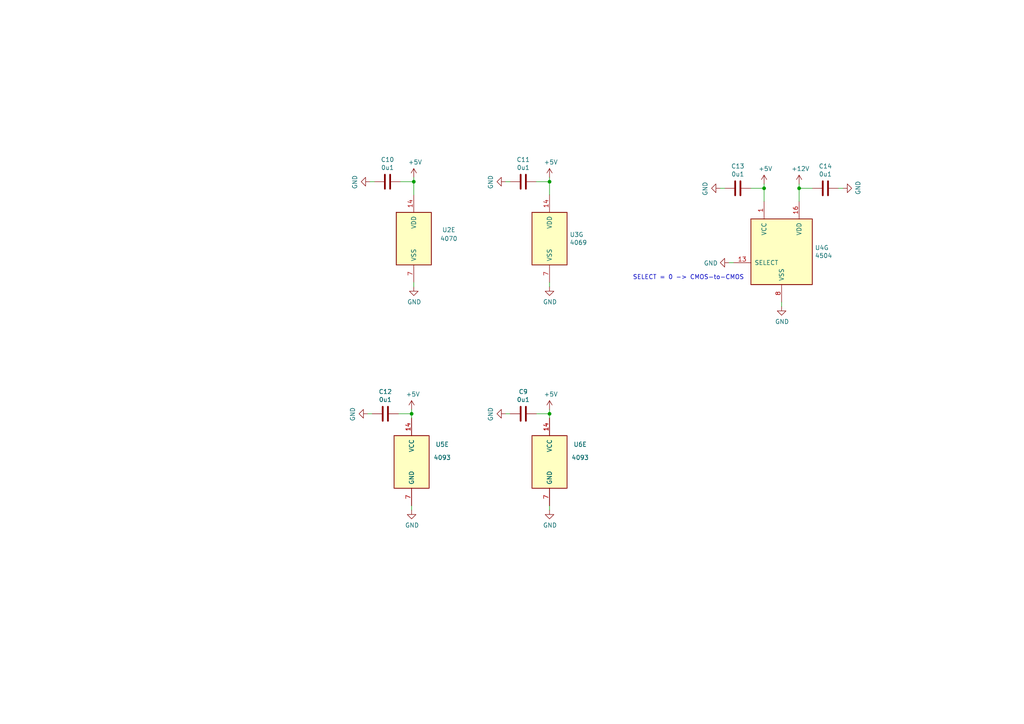
<source format=kicad_sch>
(kicad_sch (version 20211123) (generator eeschema)
  (paper "A4")
  (lib_symbols
    (symbol "4xxx:4069" (pin_names (offset 1.016))
      (property "Reference" "U" (at 0 1.27 0))
      (property "Value" "4069" (at 0 -1.27 0))
      (symbol "4069_1_0"
        (polyline (pts (xy -3.81 3.81) (xy -3.81 -3.81) (xy 3.81 0) (xy -3.81 3.81)) (stroke (width 0.254)) (fill (type background)))
        (pin input line (at -7.62 0 0) (length 3.81) (name "~") (number "1"))
        (pin output inverted (at 7.62 0 180) (length 3.81) (name "~") (number "2"))
      )
      (symbol "4069_2_0"
        (polyline (pts (xy -3.81 3.81) (xy -3.81 -3.81) (xy 3.81 0) (xy -3.81 3.81)) (stroke (width 0.254)) (fill (type background)))
        (pin input line (at -7.62 0 0) (length 3.81) (name "~") (number "3"))
        (pin output inverted (at 7.62 0 180) (length 3.81) (name "~") (number "4"))
      )
      (symbol "4069_3_0"
        (polyline (pts (xy -3.81 3.81) (xy -3.81 -3.81) (xy 3.81 0) (xy -3.81 3.81)) (stroke (width 0.254)) (fill (type background)))
        (pin input line (at -7.62 0 0) (length 3.81) (name "~") (number "5"))
        (pin output inverted (at 7.62 0 180) (length 3.81) (name "~") (number "6"))
      )
      (symbol "4069_4_0"
        (polyline (pts (xy -3.81 3.81) (xy -3.81 -3.81) (xy 3.81 0) (xy -3.81 3.81)) (stroke (width 0.254)) (fill (type background)))
        (pin output inverted (at 7.62 0 180) (length 3.81) (name "~") (number "8"))
        (pin input line (at -7.62 0 0) (length 3.81) (name "~") (number "9"))
      )
      (symbol "4069_5_0"
        (polyline (pts (xy -3.81 3.81) (xy -3.81 -3.81) (xy 3.81 0) (xy -3.81 3.81)) (stroke (width 0.254)) (fill (type background)))
        (pin output inverted (at 7.62 0 180) (length 3.81) (name "~") (number "10"))
        (pin input line (at -7.62 0 0) (length 3.81) (name "~") (number "11"))
      )
      (symbol "4069_6_0"
        (polyline (pts (xy -3.81 3.81) (xy -3.81 -3.81) (xy 3.81 0) (xy -3.81 3.81)) (stroke (width 0.254)) (fill (type background)))
        (pin output inverted (at 7.62 0 180) (length 3.81) (name "~") (number "12"))
        (pin input line (at -7.62 0 0) (length 3.81) (name "~") (number "13"))
      )
      (symbol "4069_7_0"
        (pin power_in line (at 0 12.7 270) (length 5.08) (name "VDD") (number "14"))
        (pin power_in line (at 0 -12.7 90) (length 5.08) (name "VSS") (number "7"))
      )
      (symbol "4069_7_1"
        (rectangle (start -5.08 7.62) (end 5.08 -7.62) (stroke (width 0.254)) (fill (type background)))
      )
    )
    (symbol "4xxx:4070" (pin_names (offset 1.016))
      (property "Reference" "U" (at 0 1.27 0))
      (property "Value" "4070" (at 0 -1.27 0))
      (symbol "4070_1_0"
        (arc (start -4.4196 -3.81) (mid -3.2033 0) (end -4.4196 3.81) (stroke (width 0.254)))
        (arc (start -3.81 -3.81) (mid -2.589 0) (end -3.81 3.81) (stroke (width 0.254)))
        (arc (start -0.6096 -3.81) (mid 2.1842 -2.5851) (end 3.81 0) (stroke (width 0.254)) (fill (type background)))
        (polyline (pts (xy -3.81 -3.81) (xy -0.635 -3.81)) (stroke (width 0.254)) (fill (type background)))
        (polyline (pts (xy -3.81 3.81) (xy -0.635 3.81)) (stroke (width 0.254)) (fill (type background)))
        (polyline (pts (xy -0.635 3.81) (xy -3.81 3.81) (xy -3.81 3.81) (xy -3.556 3.4036) (xy -3.0226 2.2606) (xy -2.6924 1.0414) (xy -2.6162 -0.254) (xy -2.7686 -1.4986) (xy -3.175 -2.7178) (xy -3.81 -3.81) (xy -3.81 -3.81) (xy -0.635 -3.81)) (stroke (width -25.4)) (fill (type background)))
        (arc (start 3.81 0) (mid 2.1915 2.5936) (end -0.6096 3.81) (stroke (width 0.254)) (fill (type background)))
        (pin input line (at -7.62 2.54 0) (length 4.445) (name "~") (number "1"))
        (pin input line (at -7.62 -2.54 0) (length 4.445) (name "~") (number "2"))
        (pin output line (at 7.62 0 180) (length 3.81) (name "~") (number "3"))
      )
      (symbol "4070_1_1"
        (polyline (pts (xy -3.81 -2.54) (xy -3.175 -2.54)) (stroke (width 0.1524)))
        (polyline (pts (xy -3.81 2.54) (xy -3.175 2.54)) (stroke (width 0.1524)))
      )
      (symbol "4070_2_0"
        (arc (start -4.4196 -3.81) (mid -3.2033 0) (end -4.4196 3.81) (stroke (width 0.254)))
        (arc (start -3.81 -3.81) (mid -2.589 0) (end -3.81 3.81) (stroke (width 0.254)))
        (arc (start -0.6096 -3.81) (mid 2.1842 -2.5851) (end 3.81 0) (stroke (width 0.254)) (fill (type background)))
        (polyline (pts (xy -3.81 -3.81) (xy -0.635 -3.81)) (stroke (width 0.254)) (fill (type background)))
        (polyline (pts (xy -3.81 3.81) (xy -0.635 3.81)) (stroke (width 0.254)) (fill (type background)))
        (polyline (pts (xy -0.635 3.81) (xy -3.81 3.81) (xy -3.81 3.81) (xy -3.556 3.4036) (xy -3.0226 2.2606) (xy -2.6924 1.0414) (xy -2.6162 -0.254) (xy -2.7686 -1.4986) (xy -3.175 -2.7178) (xy -3.81 -3.81) (xy -3.81 -3.81) (xy -0.635 -3.81)) (stroke (width -25.4)) (fill (type background)))
        (arc (start 3.81 0) (mid 2.1915 2.5936) (end -0.6096 3.81) (stroke (width 0.254)) (fill (type background)))
        (pin output line (at 7.62 0 180) (length 3.81) (name "~") (number "4"))
        (pin input line (at -7.62 2.54 0) (length 4.445) (name "~") (number "5"))
        (pin input line (at -7.62 -2.54 0) (length 4.445) (name "~") (number "6"))
      )
      (symbol "4070_2_1"
        (polyline (pts (xy -3.81 -2.54) (xy -3.175 -2.54)) (stroke (width 0.1524)))
        (polyline (pts (xy -3.81 2.54) (xy -3.175 2.54)) (stroke (width 0.1524)))
      )
      (symbol "4070_3_0"
        (arc (start -4.4196 -3.81) (mid -3.2033 0) (end -4.4196 3.81) (stroke (width 0.254)))
        (arc (start -3.81 -3.81) (mid -2.589 0) (end -3.81 3.81) (stroke (width 0.254)))
        (arc (start -0.6096 -3.81) (mid 2.1842 -2.5851) (end 3.81 0) (stroke (width 0.254)) (fill (type background)))
        (polyline (pts (xy -3.81 -3.81) (xy -0.635 -3.81)) (stroke (width 0.254)) (fill (type background)))
        (polyline (pts (xy -3.81 3.81) (xy -0.635 3.81)) (stroke (width 0.254)) (fill (type background)))
        (polyline (pts (xy -0.635 3.81) (xy -3.81 3.81) (xy -3.81 3.81) (xy -3.556 3.4036) (xy -3.0226 2.2606) (xy -2.6924 1.0414) (xy -2.6162 -0.254) (xy -2.7686 -1.4986) (xy -3.175 -2.7178) (xy -3.81 -3.81) (xy -3.81 -3.81) (xy -0.635 -3.81)) (stroke (width -25.4)) (fill (type background)))
        (arc (start 3.81 0) (mid 2.1915 2.5936) (end -0.6096 3.81) (stroke (width 0.254)) (fill (type background)))
        (pin output line (at 7.62 0 180) (length 3.81) (name "~") (number "10"))
        (pin input line (at -7.62 2.54 0) (length 4.445) (name "~") (number "8"))
        (pin input line (at -7.62 -2.54 0) (length 4.445) (name "~") (number "9"))
      )
      (symbol "4070_3_1"
        (polyline (pts (xy -3.81 -2.54) (xy -3.175 -2.54)) (stroke (width 0.1524)))
        (polyline (pts (xy -3.81 2.54) (xy -3.175 2.54)) (stroke (width 0.1524)))
      )
      (symbol "4070_4_0"
        (arc (start -4.4196 -3.81) (mid -3.2033 0) (end -4.4196 3.81) (stroke (width 0.254)))
        (arc (start -3.81 -3.81) (mid -2.589 0) (end -3.81 3.81) (stroke (width 0.254)))
        (arc (start -0.6096 -3.81) (mid 2.1842 -2.5851) (end 3.81 0) (stroke (width 0.254)) (fill (type background)))
        (polyline (pts (xy -3.81 -3.81) (xy -0.635 -3.81)) (stroke (width 0.254)) (fill (type background)))
        (polyline (pts (xy -3.81 3.81) (xy -0.635 3.81)) (stroke (width 0.254)) (fill (type background)))
        (polyline (pts (xy -0.635 3.81) (xy -3.81 3.81) (xy -3.81 3.81) (xy -3.556 3.4036) (xy -3.0226 2.2606) (xy -2.6924 1.0414) (xy -2.6162 -0.254) (xy -2.7686 -1.4986) (xy -3.175 -2.7178) (xy -3.81 -3.81) (xy -3.81 -3.81) (xy -0.635 -3.81)) (stroke (width -25.4)) (fill (type background)))
        (arc (start 3.81 0) (mid 2.1915 2.5936) (end -0.6096 3.81) (stroke (width 0.254)) (fill (type background)))
        (pin output line (at 7.62 0 180) (length 3.81) (name "~") (number "11"))
        (pin input line (at -7.62 2.54 0) (length 4.445) (name "~") (number "12"))
        (pin input line (at -7.62 -2.54 0) (length 4.445) (name "~") (number "13"))
      )
      (symbol "4070_4_1"
        (polyline (pts (xy -3.81 -2.54) (xy -3.175 -2.54)) (stroke (width 0.1524)))
        (polyline (pts (xy -3.81 2.54) (xy -3.175 2.54)) (stroke (width 0.1524)))
      )
      (symbol "4070_5_0"
        (pin power_in line (at 0 12.7 270) (length 5.08) (name "VDD") (number "14"))
        (pin power_in line (at 0 -12.7 90) (length 5.08) (name "VSS") (number "7"))
      )
      (symbol "4070_5_1"
        (rectangle (start -5.08 7.62) (end 5.08 -7.62) (stroke (width 0.254)) (fill (type background)))
      )
    )
    (symbol "4xxx:HEF4093B" (pin_names (offset 1.016))
      (property "Reference" "U" (at 0 1.27 0))
      (property "Value" "HEF4093B" (at 0 -1.27 0))
      (symbol "HEF4093B_1_0"
        (polyline (pts (xy -0.635 -1.27) (xy -0.635 1.27) (xy 0.635 1.27)))
        (polyline (pts (xy -0.635 -1.27) (xy -0.635 1.27) (xy 0.635 1.27)))
        (polyline (pts (xy -1.27 -1.27) (xy 0.635 -1.27) (xy 0.635 1.27) (xy 1.27 1.27)))
        (polyline (pts (xy -1.27 -1.27) (xy 0.635 -1.27) (xy 0.635 1.27) (xy 1.27 1.27)))
      )
      (symbol "HEF4093B_1_1"
        (arc (start 0 -3.81) (mid 3.81 0) (end 0 3.81) (stroke (width 0.254)) (fill (type background)))
        (polyline (pts (xy 0 3.81) (xy -3.81 3.81) (xy -3.81 -3.81) (xy 0 -3.81)) (stroke (width 0.254)) (fill (type background)))
        (pin input line (at -7.62 2.54 0) (length 3.81) (name "~") (number "1"))
        (pin input line (at -7.62 -2.54 0) (length 3.81) (name "~") (number "2"))
        (pin output inverted (at 7.62 0 180) (length 3.81) (name "~") (number "3"))
      )
      (symbol "HEF4093B_1_2"
        (arc (start -3.81 -3.81) (mid -2.589 0) (end -3.81 3.81) (stroke (width 0.254)))
        (arc (start -0.6096 -3.81) (mid 2.1842 -2.5851) (end 3.81 0) (stroke (width 0.254)) (fill (type background)))
        (polyline (pts (xy -3.81 -3.81) (xy -0.635 -3.81)) (stroke (width 0.254)) (fill (type background)))
        (polyline (pts (xy -3.81 3.81) (xy -0.635 3.81)) (stroke (width 0.254)) (fill (type background)))
        (polyline (pts (xy -0.635 3.81) (xy -3.81 3.81) (xy -3.81 3.81) (xy -3.556 3.4036) (xy -3.0226 2.2606) (xy -2.6924 1.0414) (xy -2.6162 -0.254) (xy -2.7686 -1.4986) (xy -3.175 -2.7178) (xy -3.81 -3.81) (xy -3.81 -3.81) (xy -0.635 -3.81)) (stroke (width -25.4)) (fill (type background)))
        (arc (start 3.81 0) (mid 2.1915 2.5936) (end -0.6096 3.81) (stroke (width 0.254)) (fill (type background)))
        (pin input inverted (at -7.62 2.54 0) (length 4.318) (name "~") (number "1"))
        (pin input inverted (at -7.62 -2.54 0) (length 4.318) (name "~") (number "2"))
        (pin output line (at 7.62 0 180) (length 3.81) (name "~") (number "3"))
      )
      (symbol "HEF4093B_2_0"
        (polyline (pts (xy -0.635 -1.27) (xy -0.635 1.27) (xy 0.635 1.27)))
        (polyline (pts (xy -0.635 -1.27) (xy -0.635 1.27) (xy 0.635 1.27)))
        (polyline (pts (xy -1.27 -1.27) (xy 0.635 -1.27) (xy 0.635 1.27) (xy 1.27 1.27)))
        (polyline (pts (xy -1.27 -1.27) (xy 0.635 -1.27) (xy 0.635 1.27) (xy 1.27 1.27)))
      )
      (symbol "HEF4093B_2_1"
        (arc (start 0 -3.81) (mid 3.81 0) (end 0 3.81) (stroke (width 0.254)) (fill (type background)))
        (polyline (pts (xy 0 3.81) (xy -3.81 3.81) (xy -3.81 -3.81) (xy 0 -3.81)) (stroke (width 0.254)) (fill (type background)))
        (pin output inverted (at 7.62 0 180) (length 3.81) (name "~") (number "4"))
        (pin input line (at -7.62 2.54 0) (length 3.81) (name "~") (number "5"))
        (pin input line (at -7.62 -2.54 0) (length 3.81) (name "~") (number "6"))
      )
      (symbol "HEF4093B_2_2"
        (arc (start -3.81 -3.81) (mid -2.589 0) (end -3.81 3.81) (stroke (width 0.254)))
        (arc (start -0.6096 -3.81) (mid 2.1842 -2.5851) (end 3.81 0) (stroke (width 0.254)) (fill (type background)))
        (polyline (pts (xy -3.81 -3.81) (xy -0.635 -3.81)) (stroke (width 0.254)) (fill (type background)))
        (polyline (pts (xy -3.81 3.81) (xy -0.635 3.81)) (stroke (width 0.254)) (fill (type background)))
        (polyline (pts (xy -0.635 3.81) (xy -3.81 3.81) (xy -3.81 3.81) (xy -3.556 3.4036) (xy -3.0226 2.2606) (xy -2.6924 1.0414) (xy -2.6162 -0.254) (xy -2.7686 -1.4986) (xy -3.175 -2.7178) (xy -3.81 -3.81) (xy -3.81 -3.81) (xy -0.635 -3.81)) (stroke (width -25.4)) (fill (type background)))
        (arc (start 3.81 0) (mid 2.1915 2.5936) (end -0.6096 3.81) (stroke (width 0.254)) (fill (type background)))
        (pin output line (at 7.62 0 180) (length 3.81) (name "~") (number "4"))
        (pin input inverted (at -7.62 2.54 0) (length 4.318) (name "~") (number "5"))
        (pin input inverted (at -7.62 -2.54 0) (length 4.318) (name "~") (number "6"))
      )
      (symbol "HEF4093B_3_0"
        (polyline (pts (xy -0.635 -1.27) (xy -0.635 1.27) (xy 0.635 1.27)))
        (polyline (pts (xy -0.635 -1.27) (xy -0.635 1.27) (xy 0.635 1.27)))
        (polyline (pts (xy -1.27 -1.27) (xy 0.635 -1.27) (xy 0.635 1.27) (xy 1.27 1.27)))
        (polyline (pts (xy -1.27 -1.27) (xy 0.635 -1.27) (xy 0.635 1.27) (xy 1.27 1.27)))
      )
      (symbol "HEF4093B_3_1"
        (arc (start 0 -3.81) (mid 3.81 0) (end 0 3.81) (stroke (width 0.254)) (fill (type background)))
        (polyline (pts (xy 0 3.81) (xy -3.81 3.81) (xy -3.81 -3.81) (xy 0 -3.81)) (stroke (width 0.254)) (fill (type background)))
        (pin output inverted (at 7.62 0 180) (length 3.81) (name "~") (number "10"))
        (pin input line (at -7.62 2.54 0) (length 3.81) (name "~") (number "8"))
        (pin input line (at -7.62 -2.54 0) (length 3.81) (name "~") (number "9"))
      )
      (symbol "HEF4093B_3_2"
        (arc (start -3.81 -3.81) (mid -2.589 0) (end -3.81 3.81) (stroke (width 0.254)))
        (arc (start -0.6096 -3.81) (mid 2.1842 -2.5851) (end 3.81 0) (stroke (width 0.254)) (fill (type background)))
        (polyline (pts (xy -3.81 -3.81) (xy -0.635 -3.81)) (stroke (width 0.254)) (fill (type background)))
        (polyline (pts (xy -3.81 3.81) (xy -0.635 3.81)) (stroke (width 0.254)) (fill (type background)))
        (polyline (pts (xy -0.635 3.81) (xy -3.81 3.81) (xy -3.81 3.81) (xy -3.556 3.4036) (xy -3.0226 2.2606) (xy -2.6924 1.0414) (xy -2.6162 -0.254) (xy -2.7686 -1.4986) (xy -3.175 -2.7178) (xy -3.81 -3.81) (xy -3.81 -3.81) (xy -0.635 -3.81)) (stroke (width -25.4)) (fill (type background)))
        (arc (start 3.81 0) (mid 2.1915 2.5936) (end -0.6096 3.81) (stroke (width 0.254)) (fill (type background)))
        (pin output line (at 7.62 0 180) (length 3.81) (name "~") (number "10"))
        (pin input inverted (at -7.62 2.54 0) (length 4.318) (name "~") (number "8"))
        (pin input inverted (at -7.62 -2.54 0) (length 4.318) (name "~") (number "9"))
      )
      (symbol "HEF4093B_4_0"
        (polyline (pts (xy -0.635 -1.27) (xy -0.635 1.27) (xy 0.635 1.27)))
        (polyline (pts (xy -0.635 -1.27) (xy -0.635 1.27) (xy 0.635 1.27)))
        (polyline (pts (xy -1.27 -1.27) (xy 0.635 -1.27) (xy 0.635 1.27) (xy 1.27 1.27)))
        (polyline (pts (xy -1.27 -1.27) (xy 0.635 -1.27) (xy 0.635 1.27) (xy 1.27 1.27)))
      )
      (symbol "HEF4093B_4_1"
        (arc (start 0 -3.81) (mid 3.81 0) (end 0 3.81) (stroke (width 0.254)) (fill (type background)))
        (polyline (pts (xy 0 3.81) (xy -3.81 3.81) (xy -3.81 -3.81) (xy 0 -3.81)) (stroke (width 0.254)) (fill (type background)))
        (pin output inverted (at 7.62 0 180) (length 3.81) (name "~") (number "11"))
        (pin input line (at -7.62 2.54 0) (length 3.81) (name "~") (number "12"))
        (pin input line (at -7.62 -2.54 0) (length 3.81) (name "~") (number "13"))
      )
      (symbol "HEF4093B_4_2"
        (arc (start -3.81 -3.81) (mid -2.589 0) (end -3.81 3.81) (stroke (width 0.254)))
        (arc (start -0.6096 -3.81) (mid 2.1842 -2.5851) (end 3.81 0) (stroke (width 0.254)) (fill (type background)))
        (polyline (pts (xy -3.81 -3.81) (xy -0.635 -3.81)) (stroke (width 0.254)) (fill (type background)))
        (polyline (pts (xy -3.81 3.81) (xy -0.635 3.81)) (stroke (width 0.254)) (fill (type background)))
        (polyline (pts (xy -0.635 3.81) (xy -3.81 3.81) (xy -3.81 3.81) (xy -3.556 3.4036) (xy -3.0226 2.2606) (xy -2.6924 1.0414) (xy -2.6162 -0.254) (xy -2.7686 -1.4986) (xy -3.175 -2.7178) (xy -3.81 -3.81) (xy -3.81 -3.81) (xy -0.635 -3.81)) (stroke (width -25.4)) (fill (type background)))
        (arc (start 3.81 0) (mid 2.1915 2.5936) (end -0.6096 3.81) (stroke (width 0.254)) (fill (type background)))
        (pin output line (at 7.62 0 180) (length 3.81) (name "~") (number "11"))
        (pin input inverted (at -7.62 2.54 0) (length 4.318) (name "~") (number "12"))
        (pin input inverted (at -7.62 -2.54 0) (length 4.318) (name "~") (number "13"))
      )
      (symbol "HEF4093B_5_0"
        (pin power_in line (at 0 12.7 270) (length 5.08) (name "VCC") (number "14"))
        (pin power_in line (at 0 -12.7 90) (length 5.08) (name "GND") (number "7"))
      )
      (symbol "HEF4093B_5_1"
        (rectangle (start -5.08 7.62) (end 5.08 -7.62) (stroke (width 0.254)) (fill (type background)))
      )
    )
    (symbol "Device:C" (pin_numbers hide) (pin_names (offset 0.254))
      (property "Reference" "C" (at 0.635 2.54 0))
      (property "Value" "C" (at 0.635 -2.54 0))
      (symbol "C_0_1"
        (polyline (pts (xy -2.032 -0.762) (xy 2.032 -0.762)) (stroke (width 0.508)))
        (polyline (pts (xy -2.032 0.762) (xy 2.032 0.762)) (stroke (width 0.508)))
      )
      (symbol "C_1_1"
        (pin passive line (at 0 3.81 270) (length 2.794) (name "~") (number "1"))
        (pin passive line (at 0 -3.81 90) (length 2.794) (name "~") (number "2"))
      )
    )
    (symbol "Local:4504" (pin_names (offset 1.016))
      (property "Reference" "U" (at 0 1.27 0))
      (property "Value" "4504" (at 0 -1.27 0))
      (symbol "4504_1_0"
        (polyline (pts (xy -3.81 3.81) (xy -3.81 -3.81) (xy 3.81 0) (xy -3.81 3.81)) (stroke (width 0.254)) (fill (type background)))
        (pin output line (at 7.62 0 180) (length 3.81) (name "~") (number "2"))
        (pin input line (at -7.62 0 0) (length 3.81) (name "~") (number "3"))
      )
      (symbol "4504_2_0"
        (polyline (pts (xy -3.81 3.81) (xy -3.81 -3.81) (xy 3.81 0) (xy -3.81 3.81)) (stroke (width 0.254)) (fill (type background)))
        (pin output line (at 7.62 0 180) (length 3.81) (name "~") (number "4"))
        (pin input line (at -7.62 0 0) (length 3.81) (name "~") (number "5"))
      )
      (symbol "4504_3_0"
        (polyline (pts (xy -3.81 3.81) (xy -3.81 -3.81) (xy 3.81 0) (xy -3.81 3.81)) (stroke (width 0.254)) (fill (type background)))
        (pin output line (at 7.62 0 180) (length 3.81) (name "~") (number "6"))
        (pin input line (at -7.62 0 0) (length 3.81) (name "~") (number "7"))
      )
      (symbol "4504_4_0"
        (polyline (pts (xy -3.81 3.81) (xy -3.81 -3.81) (xy 3.81 0) (xy -3.81 3.81)) (stroke (width 0.254)) (fill (type background)))
        (pin output line (at 7.62 0 180) (length 3.81) (name "~") (number "10"))
        (pin input line (at -7.62 0 0) (length 3.81) (name "~") (number "9"))
      )
      (symbol "4504_5_0"
        (polyline (pts (xy -3.81 3.81) (xy -3.81 -3.81) (xy 3.81 0) (xy -3.81 3.81)) (stroke (width 0.254)) (fill (type background)))
        (pin input line (at -7.62 0 0) (length 3.81) (name "~") (number "11"))
        (pin output line (at 7.62 0 180) (length 3.81) (name "~") (number "12"))
      )
      (symbol "4504_6_0"
        (polyline (pts (xy -3.81 3.81) (xy -3.81 -3.81) (xy 3.81 0) (xy -3.81 3.81)) (stroke (width 0.254)) (fill (type background)))
        (pin input line (at -7.62 0 0) (length 3.81) (name "~") (number "14"))
        (pin output line (at 7.62 0 180) (length 3.81) (name "~") (number "15"))
      )
      (symbol "4504_7_0"
        (pin power_in line (at -5.08 12.7 270) (length 5.08) (name "VCC") (number "1"))
        (pin power_in line (at 0 -16.51 90) (length 5.08) (name "VSS") (number "8"))
      )
      (symbol "4504_7_1"
        (rectangle (start -8.89 7.62) (end 8.89 -11.43) (stroke (width 0.254)) (fill (type background)))
        (pin input line (at -13.97 -5.08 0) (length 5.08) (name "SELECT") (number "13"))
        (pin power_in line (at 5.08 12.7 270) (length 5.08) (name "VDD") (number "16"))
      )
    )
    (symbol "power:+12V" (power) (pin_names (offset 0))
      (property "Value" "+12V" (at 0 3.556 0))
      (symbol "+12V_0_1"
        (polyline (pts (xy -0.762 1.27) (xy 0 2.54)))
        (polyline (pts (xy 0 0) (xy 0 2.54)))
        (polyline (pts (xy 0 2.54) (xy 0.762 1.27)))
      )
      (symbol "+12V_1_1"
        (pin power_in line (at 0 0 90) (length 0) hide (name "+12V") (number "1"))
      )
    )
    (symbol "power:+5V" (power) (pin_names (offset 0))
      (property "Value" "+5V" (at 0 3.556 0))
      (symbol "+5V_0_1"
        (polyline (pts (xy -0.762 1.27) (xy 0 2.54)))
        (polyline (pts (xy 0 0) (xy 0 2.54)))
        (polyline (pts (xy 0 2.54) (xy 0.762 1.27)))
      )
      (symbol "+5V_1_1"
        (pin power_in line (at 0 0 90) (length 0) hide (name "+5V") (number "1"))
      )
    )
    (symbol "power:GND" (power) (pin_names (offset 0))
      (property "Value" "GND" (at 0 -3.81 0))
      (symbol "GND_0_1"
        (polyline (pts (xy 0 0) (xy 0 -1.27) (xy 1.27 -1.27) (xy 0 -2.54) (xy -1.27 -1.27) (xy 0 -1.27)))
      )
      (symbol "GND_1_1"
        (pin power_in line (at 0 0 270) (length 0) hide (name "GND") (number "1"))
      )
    )
  )
  (junction (at 120.015 52.705))
  (junction (at 221.615 54.61))
  (junction (at 159.385 52.705))
  (junction (at 231.775 54.61))
  (junction (at 119.38 120.015))
  (junction (at 159.385 120.015))
  (wire (pts (xy 120.015 52.705) (xy 120.015 56.515)))
  (wire (pts (xy 221.615 53.34) (xy 221.615 54.61)))
  (wire (pts (xy 120.015 83.185) (xy 120.015 81.915)))
  (wire (pts (xy 119.38 118.745) (xy 119.38 120.015)))
  (wire (pts (xy 159.385 52.705) (xy 159.385 56.515)))
  (wire (pts (xy 231.775 53.34) (xy 231.775 54.61)))
  (wire (pts (xy 221.615 54.61) (xy 221.615 58.42)))
  (wire (pts (xy 226.695 88.9) (xy 226.695 87.63)))
  (wire (pts (xy 146.685 52.705) (xy 147.955 52.705)))
  (wire (pts (xy 159.385 83.185) (xy 159.385 81.915)))
  (wire (pts (xy 116.205 52.705) (xy 120.015 52.705)))
  (wire (pts (xy 155.575 120.015) (xy 159.385 120.015)))
  (wire (pts (xy 159.385 51.435) (xy 159.385 52.705)))
  (wire (pts (xy 119.38 147.955) (xy 119.38 146.685)))
  (wire (pts (xy 159.385 118.745) (xy 159.385 120.015)))
  (wire (pts (xy 120.015 51.435) (xy 120.015 52.705)))
  (wire (pts (xy 217.805 54.61) (xy 221.615 54.61)))
  (wire (pts (xy 211.455 76.2) (xy 212.725 76.2)))
  (wire (pts (xy 107.315 52.705) (xy 108.585 52.705)))
  (wire (pts (xy 235.585 54.61) (xy 231.775 54.61)))
  (wire (pts (xy 244.475 54.61) (xy 243.205 54.61)))
  (wire (pts (xy 159.385 147.955) (xy 159.385 146.685)))
  (wire (pts (xy 146.685 120.015) (xy 147.955 120.015)))
  (wire (pts (xy 115.57 120.015) (xy 119.38 120.015)))
  (wire (pts (xy 155.575 52.705) (xy 159.385 52.705)))
  (wire (pts (xy 231.775 54.61) (xy 231.775 58.42)))
  (wire (pts (xy 208.915 54.61) (xy 210.185 54.61)))
  (wire (pts (xy 119.38 120.015) (xy 119.38 121.285)))
  (wire (pts (xy 159.385 120.015) (xy 159.385 121.285)))
  (wire (pts (xy 106.68 120.015) (xy 107.95 120.015)))
  (text "SELECT = 0 -> CMOS-to-CMOS" (at 183.515 81.28 0) (effects (font (size 1.27 1.27)) (justify left bottom)))
  (symbol (lib_id "4xxx:4070") (at 120.015 69.215 0) (unit 5)
    (property "Reference" "U2" (at 130.175 66.675 0))
    (property "Value" "4070" (at 130.175 69.215 0))
    (property "Footprint" "Package_DIP:DIP-14_W7.62mm" (effects hide))
    (property "Datasheet" "http://www.intersil.com/content/dam/Intersil/documents/cd40/cd4070bms-77bms.pdf" (effects hide))
  )
  (symbol (lib_id "power:GND") (at 120.015 83.185 0) (unit 1)
    (property "Reference" "#PWR0100" (effects hide))
    (property "Value" "GND" (at 120.142 87.5792 0))
  )
  (symbol (lib_id "Device:C") (at 112.395 52.705 90) (unit 1)
    (property "Reference" "C10" (at 112.395 46.3042 90))
    (property "Value" "0u1" (at 112.395 48.6156 90))
    (property "Footprint" "Capacitor_THT:C_Disc_D5.0mm_W2.5mm_P5.00mm" (effects hide))
  )
  (symbol (lib_id "power:+5V") (at 120.015 51.435 0) (unit 1)
    (property "Reference" "#PWR099" (effects hide))
    (property "Value" "+5V" (at 120.396 47.0408 0))
  )
  (symbol (lib_id "power:GND") (at 107.315 52.705 270) (unit 1)
    (property "Reference" "#PWR096" (effects hide))
    (property "Value" "GND" (at 102.9208 52.832 0))
  )
  (symbol (lib_id "power:GND") (at 159.385 83.185 0) (unit 1)
    (property "Reference" "#PWR0104" (effects hide))
    (property "Value" "GND" (at 159.512 87.5792 0))
  )
  (symbol (lib_id "Device:C") (at 151.765 52.705 90) (unit 1)
    (property "Reference" "C11" (at 151.765 46.3042 90))
    (property "Value" "0u1" (at 151.765 48.6156 90))
    (property "Footprint" "Capacitor_THT:C_Disc_D5.0mm_W2.5mm_P5.00mm" (effects hide))
  )
  (symbol (lib_id "power:+5V") (at 159.385 51.435 0) (unit 1)
    (property "Reference" "#PWR0103" (effects hide))
    (property "Value" "+5V" (at 159.766 47.0408 0))
  )
  (symbol (lib_id "power:GND") (at 146.685 52.705 270) (unit 1)
    (property "Reference" "#PWR0101" (effects hide))
    (property "Value" "GND" (at 142.2908 52.832 0))
  )
  (symbol (lib_id "Local:4504") (at 226.695 71.12 0) (unit 7)
    (property "Reference" "U4" (at 236.347 71.8566 0) (effects (justify left)))
    (property "Value" "4504" (at 236.347 74.168 0) (effects (justify left)))
    (property "Footprint" "Package_DIP:DIP-16_W7.62mm" (effects hide))
    (property "Datasheet" "http://www.ti.com/lit/ds/symlink/cd4504b.pdf" (effects hide))
  )
  (symbol (lib_id "power:+12V") (at 231.775 53.34 0) (unit 1)
    (property "Reference" "#PWR0111" (effects hide))
    (property "Value" "+12V" (at 232.156 48.9458 0))
  )
  (symbol (lib_id "power:GND") (at 226.695 88.9 0) (unit 1)
    (property "Reference" "#PWR0110" (effects hide))
    (property "Value" "GND" (at 226.822 93.2942 0))
  )
  (symbol (lib_id "power:GND") (at 211.455 76.2 270) (unit 1)
    (property "Reference" "#PWR0108" (effects hide))
    (property "Value" "GND" (at 208.2038 76.327 90) (effects (justify right)))
  )
  (symbol (lib_id "Device:C") (at 213.995 54.61 90) (unit 1)
    (property "Reference" "C13" (at 213.995 48.2092 90))
    (property "Value" "0u1" (at 213.995 50.5206 90))
    (property "Footprint" "Capacitor_THT:C_Disc_D5.0mm_W2.5mm_P5.00mm" (effects hide))
  )
  (symbol (lib_id "power:+5V") (at 221.615 53.34 0) (unit 1)
    (property "Reference" "#PWR0109" (effects hide))
    (property "Value" "+5V" (at 221.996 48.9458 0))
  )
  (symbol (lib_id "power:GND") (at 208.915 54.61 270) (unit 1)
    (property "Reference" "#PWR0107" (effects hide))
    (property "Value" "GND" (at 204.5208 54.737 0))
  )
  (symbol (lib_id "Device:C") (at 239.395 54.61 90) (unit 1)
    (property "Reference" "C14" (at 239.395 48.2092 90))
    (property "Value" "0u1" (at 239.395 50.5206 90))
    (property "Footprint" "Capacitor_THT:C_Disc_D5.0mm_W2.5mm_P5.00mm" (effects hide))
  )
  (symbol (lib_id "power:GND") (at 244.475 54.61 90) (unit 1)
    (property "Reference" "#PWR0112" (effects hide))
    (property "Value" "GND" (at 248.8692 54.483 0))
  )
  (symbol (lib_id "4xxx:4069") (at 159.385 69.215 0) (unit 7)
    (property "Reference" "U3" (at 165.227 68.0466 0) (effects (justify left)))
    (property "Value" "4069" (at 165.227 70.358 0) (effects (justify left)))
    (property "Footprint" "Package_DIP:DIP-14_W7.62mm" (effects hide))
    (property "Datasheet" "http://www.intersil.com/content/dam/Intersil/documents/cd40/cd4069ubms.pdf" (effects hide))
  )
  (symbol (lib_id "4xxx:HEF4093B") (at 119.38 133.985 0) (unit 5)
    (property "Reference" "U5" (at 128.27 128.905 0))
    (property "Value" "4093" (at 128.27 132.715 0))
    (property "Footprint" "Package_DIP:DIP-14_W7.62mm" (effects hide))
    (property "Datasheet" "https://assets.nexperia.com/documents/data-sheet/HEF4093B.pdf" (effects hide))
  )
  (symbol (lib_id "power:GND") (at 119.38 147.955 0) (unit 1)
    (property "Reference" "#PWR098" (effects hide))
    (property "Value" "GND" (at 119.507 152.3492 0))
  )
  (symbol (lib_id "Device:C") (at 111.76 120.015 90) (unit 1)
    (property "Reference" "C12" (at 111.76 113.6142 90))
    (property "Value" "0u1" (at 111.76 115.9256 90))
    (property "Footprint" "Capacitor_THT:C_Disc_D5.0mm_W2.5mm_P5.00mm" (effects hide))
  )
  (symbol (lib_id "power:+5V") (at 119.38 118.745 0) (unit 1)
    (property "Reference" "#PWR097" (effects hide))
    (property "Value" "+5V" (at 119.761 114.3508 0))
  )
  (symbol (lib_id "power:GND") (at 106.68 120.015 270) (unit 1)
    (property "Reference" "#PWR095" (effects hide))
    (property "Value" "GND" (at 102.2858 120.142 0))
  )
  (symbol (lib_id "4xxx:HEF4093B") (at 159.385 133.985 0) (unit 5)
    (property "Reference" "U6" (at 168.275 128.905 0))
    (property "Value" "4093" (at 168.275 132.715 0))
    (property "Footprint" "Package_DIP:DIP-14_W7.62mm" (effects hide))
    (property "Datasheet" "https://assets.nexperia.com/documents/data-sheet/HEF4093B.pdf" (effects hide))
  )
  (symbol (lib_id "power:GND") (at 159.385 147.955 0) (unit 1)
    (property "Reference" "#PWR0106" (effects hide))
    (property "Value" "GND" (at 159.512 152.3492 0))
  )
  (symbol (lib_id "Device:C") (at 151.765 120.015 90) (unit 1)
    (property "Reference" "C9" (at 151.765 113.6142 90))
    (property "Value" "0u1" (at 151.765 115.9256 90))
    (property "Footprint" "Capacitor_THT:C_Disc_D5.0mm_W2.5mm_P5.00mm" (effects hide))
  )
  (symbol (lib_id "power:+5V") (at 159.385 118.745 0) (unit 1)
    (property "Reference" "#PWR0105" (effects hide))
    (property "Value" "+5V" (at 159.766 114.3508 0))
  )
  (symbol (lib_id "power:GND") (at 146.685 120.015 270) (unit 1)
    (property "Reference" "#PWR0102" (effects hide))
    (property "Value" "GND" (at 142.2908 120.142 0))
  )
)
</source>
